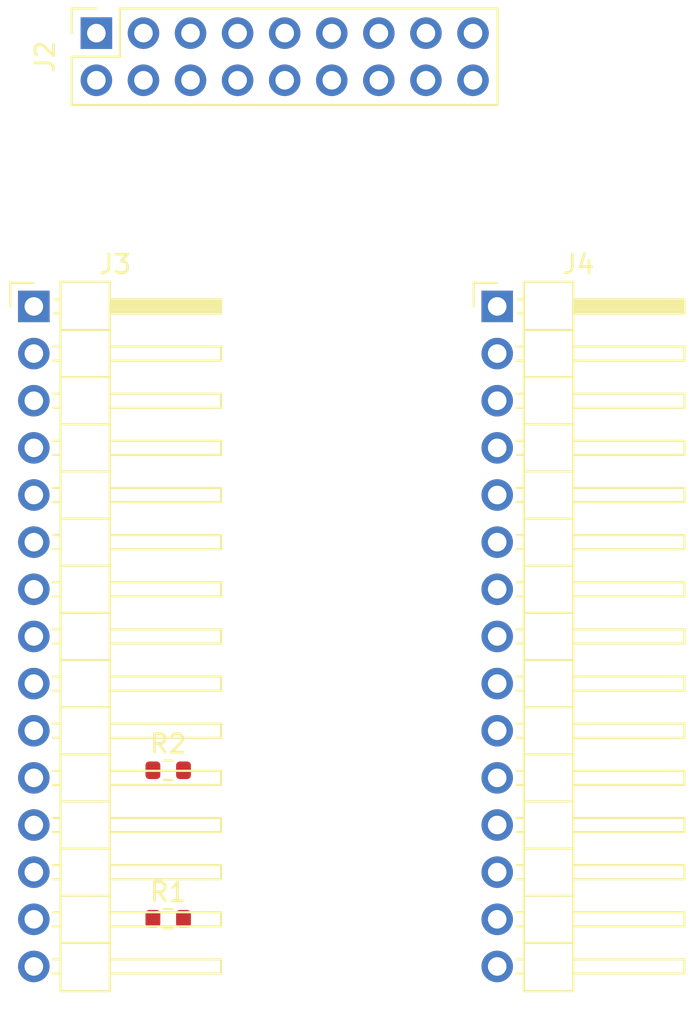
<source format=kicad_pcb>
(kicad_pcb (version 20211014) (generator pcbnew)
  (layers (0 "F.Cu" signal) (1 "In1.Cu" signal) (2 "In2.Cu" signal) (31 "B.Cu" signal) (34 "B.Paste" user) (35 "F.Paste" user) (36 "B.SilkS" user "B.Silkscreen") (37 "F.SilkS" user "F.Silkscreen") (38 "B.Mask" user) (39 "F.Mask" user) (44 "Edge.Cuts" user))
  (net 0 "")
  (net 1 "3.3v")
  (net 2 "GND")
  (net 3 "SCL")
  (net 4 "SDA")
  (net 5 "V")
  (net 6 "H")
  (net 7 "P")
  (net 8 "X")
  (net 9 "D7")
  (net 10 "D6")
  (net 11 "D5")
  (net 12 "D4")
  (net 13 "D3")
  (net 14 "D2")
  (net 15 "D1")
  (net 16 "D0")
  (net 17 "RST")
  (net 18 "PWDN")
  (footprint "Connector_PinHeader_2.54mm:PinHeader_1x15_P2.54mm_Horizontal" (layer "F.Cu") (at 90.625 83.225)
    (fp_text reference "J3" (at 4.385 -2.27) (layer "F.SilkS"))
    (fp_text value "header15")
    (fp_line (start 10.1 18.16) (end 4.1 18.16) (layer "F.SilkS") (width 0.12))
    (fp_line (start 4.1 2.16) (end 10.1 2.16) (layer "F.SilkS") (width 0.12))
    (fp_line (start 4.1 -0.32) (end 10.1 -0.32) (layer "F.SilkS") (width 0.12))
    (fp_line (start 10.1 30.1) (end 10.1 30.86) (layer "F.SilkS") (width 0.12))
    (fp_line (start 1.44 26.67) (end 4.1 26.67) (layer "F.SilkS") (width 0.12))
    (fp_line (start 10.1 5.46) (end 4.1 5.46) (layer "F.SilkS") (width 0.12))
    (fp_line (start 1.042929 10.54) (end 1.44 10.54) (layer "F.SilkS") (width 0.12))
    (fp_line (start 1.44 19.05) (end 4.1 19.05) (layer "F.SilkS") (width 0.12))
    (fp_line (start 1.11 0.38) (end 1.44 0.38) (layer "F.SilkS") (width 0.12))
    (fp_line (start 1.042929 2.16) (end 1.44 2.16) (layer "F.SilkS") (width 0.12))
    (fp_line (start -1.27 0) (end -1.27 -1.27) (layer "F.SilkS") (width 0.12))
    (fp_line (start 1.042929 25.02) (end 1.44 25.02) (layer "F.SilkS") (width 0.12))
    (fp_line (start 10.1 33.4) (end 4.1 33.4) (layer "F.SilkS") (width 0.12))
    (fp_line (start 1.44 34.29) (end 4.1 34.29) (layer "F.SilkS") (width 0.12))
    (fp_line (start 4.1 22.48) (end 10.1 22.48) (layer "F.SilkS") (width 0.12))
    (fp_line (start 10.1 20.7) (end 4.1 20.7) (layer "F.SilkS") (width 0.12))
    (fp_line (start 10.1 22.48) (end 10.1 23.24) (layer "F.SilkS") (width 0.12))
    (fp_line (start 1.44 6.35) (end 4.1 6.35) (layer "F.SilkS") (width 0.12))
    (fp_line (start 10.1 30.86) (end 4.1 30.86) (layer "F.SilkS") (width 0.12))
    (fp_line (start 1.44 -1.33) (end 1.44 36.89) (layer "F.SilkS") (width 0.12))
    (fp_line (start 4.1 -0.2) (end 10.1 -0.2) (layer "F.SilkS") (width 0.12))
    (fp_line (start 10.1 8) (end 4.1 8) (layer "F.SilkS") (width 0.12))
    (fp_line (start 1.042929 30.86) (end 1.44 30.86) (layer "F.SilkS") (width 0.12))
    (fp_line (start 1.44 36.89) (end 4.1 36.89) (layer "F.SilkS") (width 0.12))
    (fp_line (start 10.1 9.78) (end 10.1 10.54) (layer "F.SilkS") (width 0.12))
    (fp_line (start 1.44 1.27) (end 4.1 1.27) (layer "F.SilkS") (width 0.12))
    (fp_line (start 10.1 25.78) (end 4.1 25.78) (layer "F.SilkS") (width 0.12))
    (fp_line (start 1.44 13.97) (end 4.1 13.97) (layer "F.SilkS") (width 0.12))
    (fp_line (start 10.1 32.64) (end 10.1 33.4) (layer "F.SilkS") (width 0.12))
    (fp_line (start 10.1 0.38) (end 4.1 0.38) (layer "F.SilkS") (width 0.12))
    (fp_line (start 1.44 21.59) (end 4.1 21.59) (layer "F.SilkS") (width 0.12))
    (fp_line (start 4.1 32.64) (end 10.1 32.64) (layer "F.SilkS") (width 0.12))
    (fp_line (start 1.042929 27.56) (end 1.44 27.56) (layer "F.SilkS") (width 0.12))
    (fp_line (start 1.042929 23.24) (end 1.44 23.24) (layer "F.SilkS") (width 0.12))
    (fp_line (start 1.042929 2.92) (end 1.44 2.92) (layer "F.SilkS") (width 0.12))
    (fp_line (start 10.1 14.86) (end 10.1 15.62) (layer "F.SilkS") (width 0.12))
    (fp_line (start 4.1 9.78) (end 10.1 9.78) (layer "F.SilkS") (width 0.12))
    (fp_line (start 10.1 27.56) (end 10.1 28.32) (layer "F.SilkS") (width 0.12))
    (fp_line (start 10.1 35.94) (end 4.1 35.94) (layer "F.SilkS") (width 0.12))
    (fp_line (start 1.042929 18.16) (end 1.44 18.16) (layer "F.SilkS") (width 0.12))
    (fp_line (start 1.042929 32.64) (end 1.44 32.64) (layer "F.SilkS") (width 0.12))
    (fp_line (start 1.11 -0.38) (end 1.44 -0.38) (layer "F.SilkS") (width 0.12))
    (fp_line (start 10.1 12.32) (end 10.1 13.08) (layer "F.SilkS") (width 0.12))
    (fp_line (start 1.042929 4.7) (end 1.44 4.7) (layer "F.SilkS") (width 0.12))
    (fp_line (start 10.1 7.24) (end 10.1 8) (layer "F.SilkS") (width 0.12))
    (fp_line (start 4.1 7.24) (end 10.1 7.24) (layer "F.SilkS") (width 0.12))
    (fp_line (start 10.1 2.16) (end 10.1 2.92) (layer "F.SilkS") (width 0.12))
    (fp_line (start 10.1 2.92) (end 4.1 2.92) (layer "F.SilkS") (width 0.12))
    (fp_line (start 4.1 0.16) (end 10.1 0.16) (layer "F.SilkS") (width 0.12))
    (fp_line (start 10.1 4.7) (end 10.1 5.46) (layer "F.SilkS") (width 0.12))
    (fp_line (start 1.44 24.13) (end 4.1 24.13) (layer "F.SilkS") (width 0.12))
    (fp_line (start 10.1 35.18) (end 10.1 35.94) (layer "F.SilkS") (width 0.12))
    (fp_line (start -1.27 -1.27) (end 0 -1.27) (layer "F.SilkS") (width 0.12))
    (fp_line (start 1.44 29.21) (end 4.1 29.21) (layer "F.SilkS") (width 0.12))
    (fp_line (start 4.1 30.1) (end 10.1 30.1) (layer "F.SilkS") (width 0.12))
    (fp_line (start 1.042929 5.46) (end 1.44 5.46) (layer "F.SilkS") (width 0.12))
    (fp_line (start 1.042929 7.24) (end 1.44 7.24) (layer "F.SilkS") (width 0.12))
    (fp_line (start 4.1 -0.38) (end 10.1 -0.38) (layer "F.SilkS") (width 0.12))
    (fp_line (start 4.1 -0.08) (end 10.1 -0.08) (layer "F.SilkS") (width 0.12))
    (fp_line (start 10.1 17.4) (end 10.1 18.16) (layer "F.SilkS") (width 0.12))
    (fp_line (start 1.042929 22.48) (end 1.44 22.48) (layer "F.SilkS") (width 0.12))
    (fp_line (start 4.1 -1.33) (end 1.44 -1.33) (layer "F.SilkS") (width 0.12))
    (fp_line (start 1.042929 13.08) (end 1.44 13.08) (layer "F.SilkS") (width 0.12))
    (fp_line (start 10.1 23.24) (end 4.1 23.24) (layer "F.SilkS") (width 0.12))
    (fp_line (start 10.1 -0.38) (end 10.1 0.38) (layer "F.SilkS") (width 0.12))
    (fp_line (start 1.042929 35.94) (end 1.44 35.94) (layer "F.SilkS") (width 0.12))
    (fp_line (start 4.1 36.89) (end 4.1 -1.33) (layer "F.SilkS") (width 0.12))
    (fp_line (start 4.1 17.4) (end 10.1 17.4) (layer "F.SilkS") (width 0.12))
    (fp_line (start 1.44 16.51) (end 4.1 16.51) (layer "F.SilkS") (width 0.12))
    (fp_line (start 1.44 3.81) (end 4.1 3.81) (layer "F.SilkS") (width 0.12))
    (fp_line (start 10.1 15.62) (end 4.1 15.62) (layer "F.SilkS") (width 0.12))
    (fp_line (start 4.1 12.32) (end 10.1 12.32) (layer "F.SilkS") (width 0.12))
    (fp_line (start 4.1 27.56) (end 10.1 27.56) (layer "F.SilkS") (width 0.12))
    (fp_line (start 1.042929 19.94) (end 1.44 19.94) (layer "F.SilkS") (width 0.12))
    (fp_line (start 1.44 31.75) (end 4.1 31.75) (layer "F.SilkS") (width 0.12))
    (fp_line (start 1.042929 28.32) (end 1.44 28.32) (layer "F.SilkS") (width 0.12))
    (fp_line (start 1.042929 33.4) (end 1.44 33.4) (layer "F.SilkS") (width 0.12))
    (fp_line (start 4.1 0.28) (end 10.1 0.28) (layer "F.SilkS") (width 0.12))
    (fp_line (start 1.042929 35.18) (end 1.44 35.18) (layer "F.SilkS") (width 0.12))
    (fp_line (start 1.042929 25.78) (end 1.44 25.78) (layer "F.SilkS") (width 0.12))
    (fp_line (start 1.44 8.89) (end 4.1 8.89) (layer "F.SilkS") (width 0.12))
    (fp_line (start 4.1 25.02) (end 10.1 25.02) (layer "F.SilkS") (width 0.12))
    (fp_line (start 4.1 4.7) (end 10.1 4.7) (layer "F.SilkS") (width 0.12))
    (fp_line (start 10.1 19.94) (end 10.1 20.7) (layer "F.SilkS") (width 0.12))
    (fp_line (start 1.44 11.43) (end 4.1 11.43) (layer "F.SilkS") (width 0.12))
    (fp_line (start 4.1 35.18) (end 10.1 35.18) (layer "F.SilkS") (width 0.12))
    (fp_line (start 1.042929 9.78) (end 1.44 9.78) (layer "F.SilkS") (width 0.12))
    (fp_line (start 1.042929 30.1) (end 1.44 30.1) (layer "F.SilkS") (width 0.12))
    (fp_line (start 4.1 0.04) (end 10.1 0.04) (layer "F.SilkS") (width 0.12))
    (fp_line (start 10.1 28.32) (end 4.1 28.32) (layer "F.SilkS") (width 0.12))
    (fp_line (start 10.1 13.08) (end 4.1 13.08) (layer "F.SilkS") (width 0.12))
    (fp_line (start 1.042929 8) (end 1.44 8) (layer "F.SilkS") (width 0.12))
    (fp_line (start 4.1 14.86) (end 10.1 14.86) (layer "F.SilkS") (width 0.12))
    (fp_line (start 4.1 19.94) (end 10.1 19.94) (layer "F.SilkS") (width 0.12))
    (fp_line (start 1.042929 17.4) (end 1.44 17.4) (layer "F.SilkS") (width 0.12))
    (fp_line (start 1.042929 15.62) (end 1.44 15.62) (layer "F.SilkS") (width 0.12))
    (fp_line (start 10.1 10.54) (end 4.1 10.54) (layer "F.SilkS") (width 0.12))
    (fp_line (start 1.042929 14.86) (end 1.44 14.86) (layer "F.SilkS") (width 0.12))
    (fp_line (start 10.1 25.02) (end 10.1 25.78) (layer "F.SilkS") (width 0.12))
    (fp_line (start 1.042929 12.32) (end 1.44 12.32) (layer "F.SilkS") (width 0.12))
    (fp_line (start 1.042929 20.7) (end 1.44 20.7) (layer "F.SilkS") (width 0.12))
    (pad "1" thru_hole rect (at 0 0) (size 1.7 1.7) (drill 1) (layers *.Cu *.Mask) (net 1 "3.3v"))
    (pad "2" thru_hole oval (at 0 2.54) (size 1.7 1.7) (drill 1) (layers *.Cu *.Mask) (net 2 "GND"))
    (pad "3" thru_hole oval (at 0 5.08) (size 1.7 1.7) (drill 1) (layers *.Cu *.Mask) (net 13 "D3"))
    (pad "4" thru_hole oval (at 0 7.62) (size 1.7 1.7) (drill 1) (layers *.Cu *.Mask))
    (pad "5" thru_hole oval (at 0 10.16) (size 1.7 1.7) (drill 1) (layers *.Cu *.Mask) (net 9 "D7"))
    (pad "6" thru_hole oval (at 0 12.7) (size 1.7 1.7) (drill 1) (layers *.Cu *.Mask) (net 14 "D2"))
    (pad "7" thru_hole oval (at 0 15.24) (size 1.7 1.7) (drill 1) (layers *.Cu *.Mask) (net 15 "D1"))
    (pad "8" thru_hole oval (at 0 17.78) (size 1.7 1.7) (drill 1) (layers *.Cu *.Mask))
    (pad "9" thru_hole oval (at 0 20.32) (size 1.7 1.7) (drill 1) (layers *.Cu *.Mask))
    (pad "10" thru_hole oval (at 0 22.86) (size 1.7 1.7) (drill 1) (layers *.Cu *.Mask))
    (pad "11" thru_hole oval (at 0 25.4) (size 1.7 1.7) (drill 1) (layers *.Cu *.Mask) (net 4 "SDA"))
    (pad "12" thru_hole oval (at 0 27.94) (size 1.7 1.7) (drill 1) (layers *.Cu *.Mask))
    (pad "13" thru_hole oval (at 0 30.48) (size 1.7 1.7) (drill 1) (layers *.Cu *.Mask))
    (pad "14" thru_hole oval (at 0 33.02) (size 1.7 1.7) (drill 1) (layers *.Cu *.Mask) (net 3 "SCL"))
    (pad "15" thru_hole oval (at 0 35.56) (size 1.7 1.7) (drill 1) (layers *.Cu *.Mask))
  )
  (footprint "Resistor_SMD:R_0603_1608Metric" (layer "F.Cu") (at 97.875 108.215)
    (fp_text reference "R2" (at 0 -1.43) (layer "F.SilkS"))
    (fp_text value "4k7")
    (fp_line (start -0.237258 -0.5225) (end 0.237258 -0.5225) (layer "F.SilkS") (width 0.12))
    (fp_line (start -0.237258 0.5225) (end 0.237258 0.5225) (layer "F.SilkS") (width 0.12))
    (pad "1" smd roundrect (at -0.825 0) (size 0.8 0.95) (layers "F.Cu" "F.Paste" "F.Mask") (net 4 "SDA"))
    (pad "2" smd roundrect (at 0.825 0) (size 0.8 0.95) (layers "F.Cu" "F.Paste" "F.Mask") (net 1 "3.3v"))
  )
  (footprint "Connector_PinHeader_2.54mm:PinHeader_1x15_P2.54mm_Horizontal" (layer "F.Cu") (at 115.625 83.225)
    (fp_text reference "J4" (at 4.385 -2.27) (layer "F.SilkS"))
    (fp_text value "header15")
    (fp_line (start 4.1 22.48) (end 10.1 22.48) (layer "F.SilkS") (width 0.12))
    (fp_line (start 1.44 19.05) (end 4.1 19.05) (layer "F.SilkS") (width 0.12))
    (fp_line (start 1.44 11.43) (end 4.1 11.43) (layer "F.SilkS") (width 0.12))
    (fp_line (start 10.1 25.02) (end 10.1 25.78) (layer "F.SilkS") (width 0.12))
    (fp_line (start 1.042929 20.7) (end 1.44 20.7) (layer "F.SilkS") (width 0.12))
    (fp_line (start 10.1 27.56) (end 10.1 28.32) (layer "F.SilkS") (width 0.12))
    (fp_line (start 1.44 16.51) (end 4.1 16.51) (layer "F.SilkS") (width 0.12))
    (fp_line (start 1.44 21.59) (end 4.1 21.59) (layer "F.SilkS") (width 0.12))
    (fp_line (start 4.1 30.1) (end 10.1 30.1) (layer "F.SilkS") (width 0.12))
    (fp_line (start 1.042929 25.02) (end 1.44 25.02) (layer "F.SilkS") (width 0.12))
    (fp_line (start 1.44 26.67) (end 4.1 26.67) (layer "F.SilkS") (width 0.12))
    (fp_line (start 10.1 30.1) (end 10.1 30.86) (layer "F.SilkS") (width 0.12))
    (fp_line (start 10.1 17.4) (end 10.1 18.16) (layer "F.SilkS") (width 0.12))
    (fp_line (start 4.1 19.94) (end 10.1 19.94) (layer "F.SilkS") (width 0.12))
    (fp_line (start 1.44 3.81) (end 4.1 3.81) (layer "F.SilkS") (width 0.12))
    (fp_line (start 1.042929 23.24) (end 1.44 23.24) (layer "F.SilkS") (width 0.12))
    (fp_line (start 1.44 24.13) (end 4.1 24.13) (layer "F.SilkS") (width 0.12))
    (fp_line (start 4.1 -1.33) (end 1.44 -1.33) (layer "F.SilkS") (width 0.12))
    (fp_line (start 1.44 36.89) (end 4.1 36.89) (layer "F.SilkS") (width 0.12))
    (fp_line (start 10.1 13.08) (end 4.1 13.08) (layer "F.SilkS") (width 0.12))
    (fp_line (start 1.042929 17.4) (end 1.44 17.4) (layer "F.SilkS") (width 0.12))
    (fp_line (start 1.44 1.27) (end 4.1 1.27) (layer "F.SilkS") (width 0.12))
    (fp_line (start 4.1 32.64) (end 10.1 32.64) (layer "F.SilkS") (width 0.12))
    (fp_line (start 10.1 -0.38) (end 10.1 0.38) (layer "F.SilkS") (width 0.12))
    (fp_line (start 1.042929 5.46) (end 1.44 5.46) (layer "F.SilkS") (width 0.12))
    (fp_line (start 1.042929 35.94) (end 1.44 35.94) (layer "F.SilkS") (width 0.12))
    (fp_line (start 10.1 7.24) (end 10.1 8) (layer "F.SilkS") (width 0.12))
    (fp_line (start 1.042929 7.24) (end 1.44 7.24) (layer "F.SilkS") (width 0.12))
    (fp_line (start 1.11 -0.38) (end 1.44 -0.38) (layer "F.SilkS") (width 0.12))
    (fp_line (start 4.1 25.02) (end 10.1 25.02) (layer "F.SilkS") (width 0.12))
    (fp_line (start 1.042929 35.18) (end 1.44 35.18) (layer "F.SilkS") (width 0.12))
    (fp_line (start 1.042929 13.08) (end 1.44 13.08) (layer "F.SilkS") (width 0.12))
    (fp_line (start 1.042929 27.56) (end 1.44 27.56) (layer "F.SilkS") (width 0.12))
    (fp_line (start 10.1 2.92) (end 4.1 2.92) (layer "F.SilkS") (width 0.12))
    (fp_line (start 1.11 0.38) (end 1.44 0.38) (layer "F.SilkS") (width 0.12))
    (fp_line (start 10.1 5.46) (end 4.1 5.46) (layer "F.SilkS") (width 0.12))
    (fp_line (start 1.042929 30.1) (end 1.44 30.1) (layer "F.SilkS") (width 0.12))
    (fp_line (start 10.1 9.78) (end 10.1 10.54) (layer "F.SilkS") (width 0.12))
    (fp_line (start 4.1 2.16) (end 10.1 2.16) (layer "F.SilkS") (width 0.12))
    (fp_line (start 10.1 4.7) (end 10.1 5.46) (layer "F.SilkS") (width 0.12))
    (fp_line (start 10.1 28.32) (end 4.1 28.32) (layer "F.SilkS") (width 0.12))
    (fp_line (start 4.1 -0.32) (end 10.1 -0.32) (layer "F.SilkS") (width 0.12))
    (fp_line (start 10.1 20.7) (end 4.1 20.7) (layer "F.SilkS") (width 0.12))
    (fp_line (start 1.44 13.97) (end 4.1 13.97) (layer "F.SilkS") (width 0.12))
    (fp_line (start 4.1 4.7) (end 10.1 4.7) (layer "F.SilkS") (width 0.12))
    (fp_line (start 1.042929 14.86) (end 1.44 14.86) (layer "F.SilkS") (width 0.12))
    (fp_line (start 10.1 15.62) (end 4.1 15.62) (layer "F.SilkS") (width 0.12))
    (fp_line (start 1.042929 19.94) (end 1.44 19.94) (layer "F.SilkS") (width 0.12))
    (fp_line (start 10.1 12.32) (end 10.1 13.08) (layer "F.SilkS") (width 0.12))
    (fp_line (start 1.44 8.89) (end 4.1 8.89) (layer "F.SilkS") (width 0.12))
    (fp_line (start 4.1 -0.08) (end 10.1 -0.08) (layer "F.SilkS") (width 0.12))
    (fp_line (start 10.1 19.94) (end 10.1 20.7) (layer "F.SilkS") (width 0.12))
    (fp_line (start 10.1 32.64) (end 10.1 33.4) (layer "F.SilkS") (width 0.12))
    (fp_line (start 1.042929 28.32) (end 1.44 28.32) (layer "F.SilkS") (width 0.12))
    (fp_line (start 10.1 2.16) (end 10.1 2.92) (layer "F.SilkS") (width 0.12))
    (fp_line (start 10.1 0.38) (end 4.1 0.38) (layer "F.SilkS") (width 0.12))
    (fp_line (start 1.44 31.75) (end 4.1 31.75) (layer "F.SilkS") (width 0.12))
    (fp_line (start 1.44 29.21) (end 4.1 29.21) (layer "F.SilkS") (width 0.12))
    (fp_line (start 1.042929 8) (end 1.44 8) (layer "F.SilkS") (width 0.12))
    (fp_line (start 1.042929 12.32) (end 1.44 12.32) (layer "F.SilkS") (width 0.12))
    (fp_line (start 4.1 9.78) (end 10.1 9.78) (layer "F.SilkS") (width 0.12))
    (fp_line (start 10.1 10.54) (end 4.1 10.54) (layer "F.SilkS") (width 0.12))
    (fp_line (start 1.042929 22.48) (end 1.44 22.48) (layer "F.SilkS") (width 0.12))
    (fp_line (start 1.44 6.35) (end 4.1 6.35) (layer "F.SilkS") (width 0.12))
    (fp_line (start 1.042929 33.4) (end 1.44 33.4) (layer "F.SilkS") (width 0.12))
    (fp_line (start 4.1 27.56) (end 10.1 27.56) (layer "F.SilkS") (width 0.12))
    (fp_line (start 1.042929 10.54) (end 1.44 10.54) (layer "F.SilkS") (width 0.12))
    (fp_line (start 1.042929 18.16) (end 1.44 18.16) (layer "F.SilkS") (width 0.12))
    (fp_line (start 1.042929 15.62) (end 1.44 15.62) (layer "F.SilkS") (width 0.12))
    (fp_line (start 4.1 -0.2) (end 10.1 -0.2) (layer "F.SilkS") (width 0.12))
    (fp_line (start 1.44 34.29) (end 4.1 34.29) (layer "F.SilkS") (width 0.12))
    (fp_line (start 1.042929 9.78) (end 1.44 9.78) (layer "F.SilkS") (width 0.12))
    (fp_line (start 10.1 8) (end 4.1 8) (layer "F.SilkS") (width 0.12))
    (fp_line (start 1.042929 32.64) (end 1.44 32.64) (layer "F.SilkS") (width 0.12))
    (fp_line (start 1.042929 25.78) (end 1.44 25.78) (layer "F.SilkS") (width 0.12))
    (fp_line (start 4.1 0.04) (end 10.1 0.04) (layer "F.SilkS") (width 0.12))
    (fp_line (start -1.27 0) (end -1.27 -1.27) (layer "F.SilkS") (width 0.12))
    (fp_line (start 10.1 18.16) (end 4.1 18.16) (layer "F.SilkS") (width 0.12))
    (fp_line (start 10.1 33.4) (end 4.1 33.4) (layer "F.SilkS") (width 0.12))
    (fp_line (start 1.042929 2.92) (end 1.44 2.92) (layer "F.SilkS") (width 0.12))
    (fp_line (start -1.27 -1.27) (end 0 -1.27) (layer "F.SilkS") (width 0.12))
    (fp_line (start 4.1 -0.38) (end 10.1 -0.38) (layer "F.SilkS") (width 0.12))
    (fp_line (start 1.44 -1.33) (end 1.44 36.89) (layer "F.SilkS") (width 0.12))
    (fp_line (start 4.1 36.89) (end 4.1 -1.33) (layer "F.SilkS") (width 0.12))
    (fp_line (start 1.042929 30.86) (end 1.44 30.86) (layer "F.SilkS") (width 0.12))
    (fp_line (start 4.1 14.86) (end 10.1 14.86) (layer "F.SilkS") (width 0.12))
    (fp_line (start 4.1 0.28) (end 10.1 0.28) (layer "F.SilkS") (width 0.12))
    (fp_line (start 10.1 23.24) (end 4.1 23.24) (layer "F.SilkS") (width 0.12))
    (fp_line (start 10.1 25.78) (end 4.1 25.78) (layer "F.SilkS") (width 0.12))
    (fp_line (start 10.1 35.94) (end 4.1 35.94) (layer "F.SilkS") (width 0.12))
    (fp_line (start 4.1 12.32) (end 10.1 12.32) (layer "F.SilkS") (width 0.12))
    (fp_line (start 10.1 22.48) (end 10.1 23.24) (layer "F.SilkS") (width 0.12))
    (fp_line (start 1.042929 4.7) (end 1.44 4.7) (layer "F.SilkS") (width 0.12))
    (fp_line (start 4.1 35.18) (end 10.1 35.18) (layer "F.SilkS") (width 0.12))
    (fp_line (start 1.042929 2.16) (end 1.44 2.16) (layer "F.SilkS") (width 0.12))
    (fp_line (start 4.1 0.16) (end 10.1 0.16) (layer "F.SilkS") (width 0.12))
    (fp_line (start 10.1 14.86) (end 10.1 15.62) (layer "F.SilkS") (width 0.12))
    (fp_line (start 10.1 30.86) (end 4.1 30.86) (layer "F.SilkS") (width 0.12))
    (fp_line (start 4.1 7.24) (end 10.1 7.24) (layer "F.SilkS") (width 0.12))
    (fp_line (start 10.1 35.18) (end 10.1 35.94) (layer "F.SilkS") (width 0.12))
    (fp_line (start 4.1 17.4) (end 10.1 17.4) (layer "F.SilkS") (width 0.12))
    (pad "1" thru_hole rect (at 0 0) (size 1.7 1.7) (drill 1) (layers *.Cu *.Mask))
    (pad "2" thru_hole oval (at 0 2.54) (size 1.7 1.7) (drill 1) (layers *.Cu *.Mask) (net 2 "GND"))
    (pad "3" thru_hole oval (at 0 5.08) (size 1.7 1.7) (drill 1) (layers *.Cu *.Mask) (net 11 "D5"))
    (pad "4" thru_hole oval (at 0 7.62) (size 1.7 1.7) (drill 1) (layers *.Cu *.Mask) (net 10 "D6"))
    (pad "5" thru_hole oval (at 0 10.16) (size 1.7 1.7) (drill 1) (layers *.Cu *.Mask) (net 12 "D4"))
    (pad "6" thru_hole oval (at 0 12.7) (size 1.7 1.7) (drill 1) (layers *.Cu *.Mask) (net 16 "D0"))
    (pad "7" thru_hole oval (at 0 15.24) (size 1.7 1.7) (drill 1) (layers *.Cu *.Mask))
    (pad "8" thru_hole oval (at 0 17.78) (size 1.7 1.7) (drill 1) (layers *.Cu *.Mask))
    (pad "9" thru_hole oval (at 0 20.32) (size 1.7 1.7) (drill 1) (layers *.Cu *.Mask) (net 7 "P"))
    (pad "10" thru_hole oval (at 0 22.86) (size 1.7 1.7) (drill 1) (layers *.Cu *.Mask) (net 8 "X"))
    (pad "11" thru_hole oval (at 0 25.4) (size 1.7 1.7) (drill 1) (layers *.Cu *.Mask) (net 6 "H"))
    (pad "12" thru_hole oval (at 0 27.94) (size 1.7 1.7) (drill 1) (layers *.Cu *.Mask) (net 5 "V"))
    (pad "13" thru_hole oval (at 0 30.48) (size 1.7 1.7) (drill 1) (layers *.Cu *.Mask))
    (pad "14" thru_hole oval (at 0 33.02) (size 1.7 1.7) (drill 1) (layers *.Cu *.Mask))
    (pad "15" thru_hole oval (at 0 35.56) (size 1.7 1.7) (drill 1) (layers *.Cu *.Mask) (net 17 "RST"))
  )
  (footprint "Resistor_SMD:R_0603_1608Metric" (layer "F.Cu") (at 97.875 116.215)
    (fp_text reference "R1" (at 0 -1.43) (layer "F.SilkS"))
    (fp_text value "4k7")
    (fp_line (start -0.237258 -0.5225) (end 0.237258 -0.5225) (layer "F.SilkS") (width 0.12))
    (fp_line (start -0.237258 0.5225) (end 0.237258 0.5225) (layer "F.SilkS") (width 0.12))
    (pad "1" smd roundrect (at -0.825 0) (size 0.8 0.95) (layers "F.Cu" "F.Paste" "F.Mask") (net 3 "SCL"))
    (pad "2" smd roundrect (at 0.825 0) (size 0.8 0.95) (layers "F.Cu" "F.Paste" "F.Mask") (net 1 "3.3v"))
  )
  (footprint "Connector_PinSocket_2.54mm:PinSocket_2x09_P2.54mm_Vertical" (layer "F.Cu") (at 94 68.5 90)
    (fp_text reference "J2" (at -1.27 -2.77 90) (layer "F.SilkS"))
    (fp_text value "HDMI")
    (fp_line (start 1.33 -1.33) (end 1.33 0) (layer "F.SilkS") (width 0.12))
    (fp_line (start -1.27 -1.33) (end -1.27 1.27) (layer "F.SilkS") (width 0.12))
    (fp_line (start -3.87 -1.33) (end -1.27 -1.33) (layer "F.SilkS") (width 0.12))
    (fp_line (start 0 -1.33) (end 1.33 -1.33) (layer "F.SilkS") (width 0.12))
    (fp_line (start -3.87 -1.33) (end -3.87 21.65) (layer "F.SilkS") (width 0.12))
    (fp_line (start 1.33 1.27) (end 1.33 21.65) (layer "F.SilkS") (width 0.12))
    (fp_line (start -1.27 1.27) (end 1.33 1.27) (layer "F.SilkS") (width 0.12))
    (fp_line (start -3.87 21.65) (end 1.33 21.65) (layer "F.SilkS") (width 0.12))
    (pad "1" thru_hole rect (at 0 0 90) (size 1.7 1.7) (drill 1) (layers *.Cu *.Mask) (net 1 "3.3v"))
    (pad "2" thru_hole oval (at -2.54 0 90) (size 1.7 1.7) (drill 1) (layers *.Cu *.Mask) (net 2 "GND"))
    (pad "3" thru_hole oval (at 0 2.54 90) (size 1.7 1.7) (drill 1) (layers *.Cu *.Mask) (net 3 "SCL"))
    (pad "4" thru_hole oval (at -2.54 2.54 90) (size 1.7 1.7) (drill 1) (layers *.Cu *.Mask) (net 4 "SDA"))
    (pad "5" thru_hole oval (at 0 5.08 90) (size 1.7 1.7) (drill 1) (layers *.Cu *.Mask) (net 5 "V"))
    (pad "6" thru_hole oval (at -2.54 5.08 90) (size 1.7 1.7) (drill 1) (layers *.Cu *.Mask) (net 6 "H"))
    (pad "7" thru_hole oval (at 0 7.62 90) (size 1.7 1.7) (drill 1) (layers *.Cu *.Mask) (net 7 "P"))
    (pad "8" thru_hole oval (at -2.54 7.62 90) (size 1.7 1.7) (drill 1) (layers *.Cu *.Mask) (net 8 "X"))
    (pad "9" thru_hole oval (at 0 10.16 90) (size 1.7 1.7) (drill 1) (layers *.Cu *.Mask) (net 9 "D7"))
    (pad "10" thru_hole oval (at -2.54 10.16 90) (size 1.7 1.7) (drill 1) (layers *.Cu *.Mask) (net 10 "D6"))
    (pad "11" thru_hole oval (at 0 12.7 90) (size 1.7 1.7) (drill 1) (layers *.Cu *.Mask) (net 11 "D5"))
    (pad "12" thru_hole oval (at -2.54 12.7 90) (size 1.7 1.7) (drill 1) (layers *.Cu *.Mask) (net 12 "D4"))
    (pad "13" thru_hole oval (at 0 15.24 90) (size 1.7 1.7) (drill 1) (layers *.Cu *.Mask) (net 13 "D3"))
    (pad "14" thru_hole oval (at -2.54 15.24 90) (size 1.7 1.7) (drill 1) (layers *.Cu *.Mask) (net 14 "D2"))
    (pad "15" thru_hole oval (at 0 17.78 90) (size 1.7 1.7) (drill 1) (layers *.Cu *.Mask) (net 15 "D1"))
    (pad "16" thru_hole oval (at -2.54 17.78 90) (size 1.7 1.7) (drill 1) (layers *.Cu *.Mask) (net 16 "D0"))
    (pad "17" thru_hole oval (at 0 20.32 90) (size 1.7 1.7) (drill 1) (layers *.Cu *.Mask) (net 17 "RST"))
    (pad "18" thru_hole oval (at -2.54 20.32 90) (size 1.7 1.7) (drill 1) (layers *.Cu *.Mask) (net 18 "PWDN"))
  )
)
</source>
